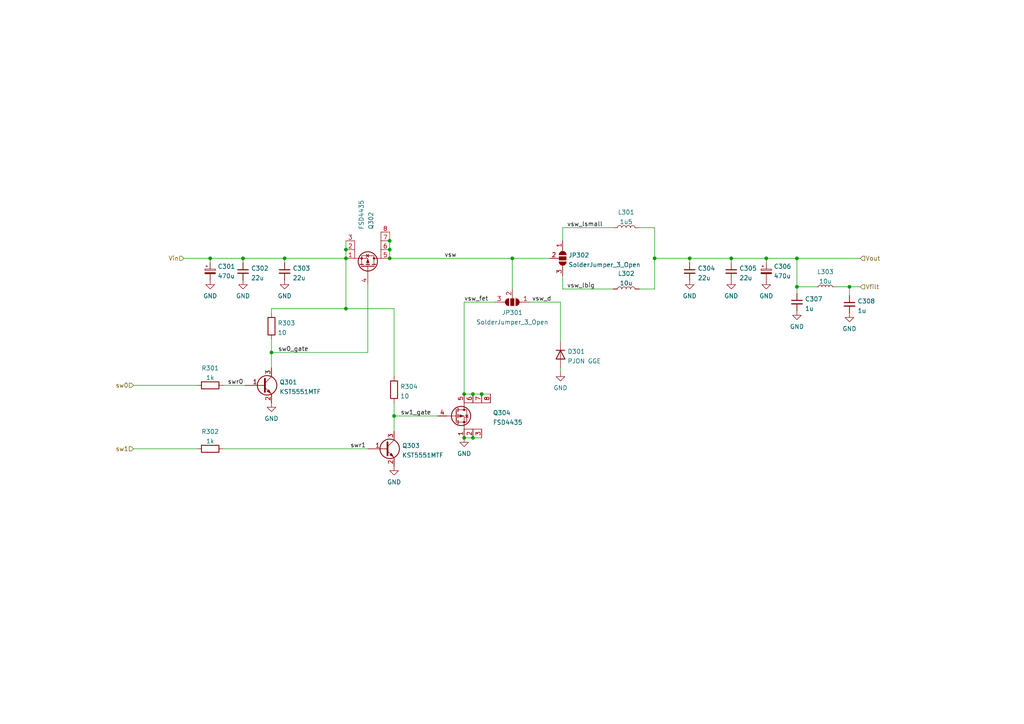
<source format=kicad_sch>
(kicad_sch (version 20211123) (generator eeschema)

  (uuid 2826070a-a36c-4a1c-afad-7e1da9d5100e)

  (paper "A4")

  (lib_symbols
    (symbol "Device:C_Polarized_Small" (pin_numbers hide) (pin_names (offset 0.254) hide) (in_bom yes) (on_board yes)
      (property "Reference" "C" (id 0) (at 0.254 1.778 0)
        (effects (font (size 1.27 1.27)) (justify left))
      )
      (property "Value" "C_Polarized_Small" (id 1) (at 0.254 -2.032 0)
        (effects (font (size 1.27 1.27)) (justify left))
      )
      (property "Footprint" "" (id 2) (at 0 0 0)
        (effects (font (size 1.27 1.27)) hide)
      )
      (property "Datasheet" "~" (id 3) (at 0 0 0)
        (effects (font (size 1.27 1.27)) hide)
      )
      (property "ki_keywords" "cap capacitor" (id 4) (at 0 0 0)
        (effects (font (size 1.27 1.27)) hide)
      )
      (property "ki_description" "Polarized capacitor, small symbol" (id 5) (at 0 0 0)
        (effects (font (size 1.27 1.27)) hide)
      )
      (property "ki_fp_filters" "CP_*" (id 6) (at 0 0 0)
        (effects (font (size 1.27 1.27)) hide)
      )
      (symbol "C_Polarized_Small_0_1"
        (rectangle (start -1.524 -0.3048) (end 1.524 -0.6858)
          (stroke (width 0) (type default) (color 0 0 0 0))
          (fill (type outline))
        )
        (rectangle (start -1.524 0.6858) (end 1.524 0.3048)
          (stroke (width 0) (type default) (color 0 0 0 0))
          (fill (type none))
        )
        (polyline
          (pts
            (xy -1.27 1.524)
            (xy -0.762 1.524)
          )
          (stroke (width 0) (type default) (color 0 0 0 0))
          (fill (type none))
        )
        (polyline
          (pts
            (xy -1.016 1.27)
            (xy -1.016 1.778)
          )
          (stroke (width 0) (type default) (color 0 0 0 0))
          (fill (type none))
        )
      )
      (symbol "C_Polarized_Small_1_1"
        (pin passive line (at 0 2.54 270) (length 1.8542)
          (name "~" (effects (font (size 1.27 1.27))))
          (number "1" (effects (font (size 1.27 1.27))))
        )
        (pin passive line (at 0 -2.54 90) (length 1.8542)
          (name "~" (effects (font (size 1.27 1.27))))
          (number "2" (effects (font (size 1.27 1.27))))
        )
      )
    )
    (symbol "Device:C_Small" (pin_numbers hide) (pin_names (offset 0.254) hide) (in_bom yes) (on_board yes)
      (property "Reference" "C" (id 0) (at 0.254 1.778 0)
        (effects (font (size 1.27 1.27)) (justify left))
      )
      (property "Value" "C_Small" (id 1) (at 0.254 -2.032 0)
        (effects (font (size 1.27 1.27)) (justify left))
      )
      (property "Footprint" "" (id 2) (at 0 0 0)
        (effects (font (size 1.27 1.27)) hide)
      )
      (property "Datasheet" "~" (id 3) (at 0 0 0)
        (effects (font (size 1.27 1.27)) hide)
      )
      (property "ki_keywords" "capacitor cap" (id 4) (at 0 0 0)
        (effects (font (size 1.27 1.27)) hide)
      )
      (property "ki_description" "Unpolarized capacitor, small symbol" (id 5) (at 0 0 0)
        (effects (font (size 1.27 1.27)) hide)
      )
      (property "ki_fp_filters" "C_*" (id 6) (at 0 0 0)
        (effects (font (size 1.27 1.27)) hide)
      )
      (symbol "C_Small_0_1"
        (polyline
          (pts
            (xy -1.524 -0.508)
            (xy 1.524 -0.508)
          )
          (stroke (width 0.3302) (type default) (color 0 0 0 0))
          (fill (type none))
        )
        (polyline
          (pts
            (xy -1.524 0.508)
            (xy 1.524 0.508)
          )
          (stroke (width 0.3048) (type default) (color 0 0 0 0))
          (fill (type none))
        )
      )
      (symbol "C_Small_1_1"
        (pin passive line (at 0 2.54 270) (length 2.032)
          (name "~" (effects (font (size 1.27 1.27))))
          (number "1" (effects (font (size 1.27 1.27))))
        )
        (pin passive line (at 0 -2.54 90) (length 2.032)
          (name "~" (effects (font (size 1.27 1.27))))
          (number "2" (effects (font (size 1.27 1.27))))
        )
      )
    )
    (symbol "Device:D" (pin_numbers hide) (pin_names (offset 1.016) hide) (in_bom yes) (on_board yes)
      (property "Reference" "D" (id 0) (at 0 2.54 0)
        (effects (font (size 1.27 1.27)))
      )
      (property "Value" "D" (id 1) (at 0 -2.54 0)
        (effects (font (size 1.27 1.27)))
      )
      (property "Footprint" "" (id 2) (at 0 0 0)
        (effects (font (size 1.27 1.27)) hide)
      )
      (property "Datasheet" "~" (id 3) (at 0 0 0)
        (effects (font (size 1.27 1.27)) hide)
      )
      (property "ki_keywords" "diode" (id 4) (at 0 0 0)
        (effects (font (size 1.27 1.27)) hide)
      )
      (property "ki_description" "Diode" (id 5) (at 0 0 0)
        (effects (font (size 1.27 1.27)) hide)
      )
      (property "ki_fp_filters" "TO-???* *_Diode_* *SingleDiode* D_*" (id 6) (at 0 0 0)
        (effects (font (size 1.27 1.27)) hide)
      )
      (symbol "D_0_1"
        (polyline
          (pts
            (xy -1.27 1.27)
            (xy -1.27 -1.27)
          )
          (stroke (width 0.254) (type default) (color 0 0 0 0))
          (fill (type none))
        )
        (polyline
          (pts
            (xy 1.27 0)
            (xy -1.27 0)
          )
          (stroke (width 0) (type default) (color 0 0 0 0))
          (fill (type none))
        )
        (polyline
          (pts
            (xy 1.27 1.27)
            (xy 1.27 -1.27)
            (xy -1.27 0)
            (xy 1.27 1.27)
          )
          (stroke (width 0.254) (type default) (color 0 0 0 0))
          (fill (type none))
        )
      )
      (symbol "D_1_1"
        (pin passive line (at -3.81 0 0) (length 2.54)
          (name "K" (effects (font (size 1.27 1.27))))
          (number "1" (effects (font (size 1.27 1.27))))
        )
        (pin passive line (at 3.81 0 180) (length 2.54)
          (name "A" (effects (font (size 1.27 1.27))))
          (number "2" (effects (font (size 1.27 1.27))))
        )
      )
    )
    (symbol "Device:L" (pin_numbers hide) (pin_names (offset 1.016) hide) (in_bom yes) (on_board yes)
      (property "Reference" "L" (id 0) (at -1.27 0 90)
        (effects (font (size 1.27 1.27)))
      )
      (property "Value" "L" (id 1) (at 1.905 0 90)
        (effects (font (size 1.27 1.27)))
      )
      (property "Footprint" "" (id 2) (at 0 0 0)
        (effects (font (size 1.27 1.27)) hide)
      )
      (property "Datasheet" "~" (id 3) (at 0 0 0)
        (effects (font (size 1.27 1.27)) hide)
      )
      (property "ki_keywords" "inductor choke coil reactor magnetic" (id 4) (at 0 0 0)
        (effects (font (size 1.27 1.27)) hide)
      )
      (property "ki_description" "Inductor" (id 5) (at 0 0 0)
        (effects (font (size 1.27 1.27)) hide)
      )
      (property "ki_fp_filters" "Choke_* *Coil* Inductor_* L_*" (id 6) (at 0 0 0)
        (effects (font (size 1.27 1.27)) hide)
      )
      (symbol "L_0_1"
        (arc (start 0 -2.54) (mid 0.635 -1.905) (end 0 -1.27)
          (stroke (width 0) (type default) (color 0 0 0 0))
          (fill (type none))
        )
        (arc (start 0 -1.27) (mid 0.635 -0.635) (end 0 0)
          (stroke (width 0) (type default) (color 0 0 0 0))
          (fill (type none))
        )
        (arc (start 0 0) (mid 0.635 0.635) (end 0 1.27)
          (stroke (width 0) (type default) (color 0 0 0 0))
          (fill (type none))
        )
        (arc (start 0 1.27) (mid 0.635 1.905) (end 0 2.54)
          (stroke (width 0) (type default) (color 0 0 0 0))
          (fill (type none))
        )
      )
      (symbol "L_1_1"
        (pin passive line (at 0 3.81 270) (length 1.27)
          (name "1" (effects (font (size 1.27 1.27))))
          (number "1" (effects (font (size 1.27 1.27))))
        )
        (pin passive line (at 0 -3.81 90) (length 1.27)
          (name "2" (effects (font (size 1.27 1.27))))
          (number "2" (effects (font (size 1.27 1.27))))
        )
      )
    )
    (symbol "Device:L_Small" (pin_numbers hide) (pin_names (offset 0.254) hide) (in_bom yes) (on_board yes)
      (property "Reference" "L" (id 0) (at 0.762 1.016 0)
        (effects (font (size 1.27 1.27)) (justify left))
      )
      (property "Value" "L_Small" (id 1) (at 0.762 -1.016 0)
        (effects (font (size 1.27 1.27)) (justify left))
      )
      (property "Footprint" "" (id 2) (at 0 0 0)
        (effects (font (size 1.27 1.27)) hide)
      )
      (property "Datasheet" "~" (id 3) (at 0 0 0)
        (effects (font (size 1.27 1.27)) hide)
      )
      (property "ki_keywords" "inductor choke coil reactor magnetic" (id 4) (at 0 0 0)
        (effects (font (size 1.27 1.27)) hide)
      )
      (property "ki_description" "Inductor, small symbol" (id 5) (at 0 0 0)
        (effects (font (size 1.27 1.27)) hide)
      )
      (property "ki_fp_filters" "Choke_* *Coil* Inductor_* L_*" (id 6) (at 0 0 0)
        (effects (font (size 1.27 1.27)) hide)
      )
      (symbol "L_Small_0_1"
        (arc (start 0 -2.032) (mid 0.508 -1.524) (end 0 -1.016)
          (stroke (width 0) (type default) (color 0 0 0 0))
          (fill (type none))
        )
        (arc (start 0 -1.016) (mid 0.508 -0.508) (end 0 0)
          (stroke (width 0) (type default) (color 0 0 0 0))
          (fill (type none))
        )
        (arc (start 0 0) (mid 0.508 0.508) (end 0 1.016)
          (stroke (width 0) (type default) (color 0 0 0 0))
          (fill (type none))
        )
        (arc (start 0 1.016) (mid 0.508 1.524) (end 0 2.032)
          (stroke (width 0) (type default) (color 0 0 0 0))
          (fill (type none))
        )
      )
      (symbol "L_Small_1_1"
        (pin passive line (at 0 2.54 270) (length 0.508)
          (name "~" (effects (font (size 1.27 1.27))))
          (number "1" (effects (font (size 1.27 1.27))))
        )
        (pin passive line (at 0 -2.54 90) (length 0.508)
          (name "~" (effects (font (size 1.27 1.27))))
          (number "2" (effects (font (size 1.27 1.27))))
        )
      )
    )
    (symbol "Device:Q_NPN_BEC" (pin_names (offset 0) hide) (in_bom yes) (on_board yes)
      (property "Reference" "Q" (id 0) (at 5.08 1.27 0)
        (effects (font (size 1.27 1.27)) (justify left))
      )
      (property "Value" "Q_NPN_BEC" (id 1) (at 5.08 -1.27 0)
        (effects (font (size 1.27 1.27)) (justify left))
      )
      (property "Footprint" "" (id 2) (at 5.08 2.54 0)
        (effects (font (size 1.27 1.27)) hide)
      )
      (property "Datasheet" "~" (id 3) (at 0 0 0)
        (effects (font (size 1.27 1.27)) hide)
      )
      (property "ki_keywords" "transistor NPN" (id 4) (at 0 0 0)
        (effects (font (size 1.27 1.27)) hide)
      )
      (property "ki_description" "NPN transistor, base/emitter/collector" (id 5) (at 0 0 0)
        (effects (font (size 1.27 1.27)) hide)
      )
      (symbol "Q_NPN_BEC_0_1"
        (polyline
          (pts
            (xy 0.635 0.635)
            (xy 2.54 2.54)
          )
          (stroke (width 0) (type default) (color 0 0 0 0))
          (fill (type none))
        )
        (polyline
          (pts
            (xy 0.635 -0.635)
            (xy 2.54 -2.54)
            (xy 2.54 -2.54)
          )
          (stroke (width 0) (type default) (color 0 0 0 0))
          (fill (type none))
        )
        (polyline
          (pts
            (xy 0.635 1.905)
            (xy 0.635 -1.905)
            (xy 0.635 -1.905)
          )
          (stroke (width 0.508) (type default) (color 0 0 0 0))
          (fill (type none))
        )
        (polyline
          (pts
            (xy 1.27 -1.778)
            (xy 1.778 -1.27)
            (xy 2.286 -2.286)
            (xy 1.27 -1.778)
            (xy 1.27 -1.778)
          )
          (stroke (width 0) (type default) (color 0 0 0 0))
          (fill (type outline))
        )
        (circle (center 1.27 0) (radius 2.8194)
          (stroke (width 0.254) (type default) (color 0 0 0 0))
          (fill (type none))
        )
      )
      (symbol "Q_NPN_BEC_1_1"
        (pin input line (at -5.08 0 0) (length 5.715)
          (name "B" (effects (font (size 1.27 1.27))))
          (number "1" (effects (font (size 1.27 1.27))))
        )
        (pin passive line (at 2.54 -5.08 90) (length 2.54)
          (name "E" (effects (font (size 1.27 1.27))))
          (number "2" (effects (font (size 1.27 1.27))))
        )
        (pin passive line (at 2.54 5.08 270) (length 2.54)
          (name "C" (effects (font (size 1.27 1.27))))
          (number "3" (effects (font (size 1.27 1.27))))
        )
      )
    )
    (symbol "Device:R" (pin_numbers hide) (pin_names (offset 0)) (in_bom yes) (on_board yes)
      (property "Reference" "R" (id 0) (at 2.032 0 90)
        (effects (font (size 1.27 1.27)))
      )
      (property "Value" "R" (id 1) (at 0 0 90)
        (effects (font (size 1.27 1.27)))
      )
      (property "Footprint" "" (id 2) (at -1.778 0 90)
        (effects (font (size 1.27 1.27)) hide)
      )
      (property "Datasheet" "~" (id 3) (at 0 0 0)
        (effects (font (size 1.27 1.27)) hide)
      )
      (property "ki_keywords" "R res resistor" (id 4) (at 0 0 0)
        (effects (font (size 1.27 1.27)) hide)
      )
      (property "ki_description" "Resistor" (id 5) (at 0 0 0)
        (effects (font (size 1.27 1.27)) hide)
      )
      (property "ki_fp_filters" "R_*" (id 6) (at 0 0 0)
        (effects (font (size 1.27 1.27)) hide)
      )
      (symbol "R_0_1"
        (rectangle (start -1.016 -2.54) (end 1.016 2.54)
          (stroke (width 0.254) (type default) (color 0 0 0 0))
          (fill (type none))
        )
      )
      (symbol "R_1_1"
        (pin passive line (at 0 3.81 270) (length 1.27)
          (name "~" (effects (font (size 1.27 1.27))))
          (number "1" (effects (font (size 1.27 1.27))))
        )
        (pin passive line (at 0 -3.81 90) (length 1.27)
          (name "~" (effects (font (size 1.27 1.27))))
          (number "2" (effects (font (size 1.27 1.27))))
        )
      )
    )
    (symbol "Jumper:SolderJumper_3_Open" (pin_names (offset 0) hide) (in_bom yes) (on_board yes)
      (property "Reference" "JP" (id 0) (at -2.54 -2.54 0)
        (effects (font (size 1.27 1.27)))
      )
      (property "Value" "SolderJumper_3_Open" (id 1) (at 0 2.794 0)
        (effects (font (size 1.27 1.27)))
      )
      (property "Footprint" "" (id 2) (at 0 0 0)
        (effects (font (size 1.27 1.27)) hide)
      )
      (property "Datasheet" "~" (id 3) (at 0 0 0)
        (effects (font (size 1.27 1.27)) hide)
      )
      (property "ki_keywords" "Solder Jumper SPDT" (id 4) (at 0 0 0)
        (effects (font (size 1.27 1.27)) hide)
      )
      (property "ki_description" "Solder Jumper, 3-pole, open" (id 5) (at 0 0 0)
        (effects (font (size 1.27 1.27)) hide)
      )
      (property "ki_fp_filters" "SolderJumper*Open*" (id 6) (at 0 0 0)
        (effects (font (size 1.27 1.27)) hide)
      )
      (symbol "SolderJumper_3_Open_0_1"
        (arc (start -1.016 1.016) (mid -2.032 0) (end -1.016 -1.016)
          (stroke (width 0) (type default) (color 0 0 0 0))
          (fill (type none))
        )
        (arc (start -1.016 1.016) (mid -2.032 0) (end -1.016 -1.016)
          (stroke (width 0) (type default) (color 0 0 0 0))
          (fill (type outline))
        )
        (rectangle (start -0.508 1.016) (end 0.508 -1.016)
          (stroke (width 0) (type default) (color 0 0 0 0))
          (fill (type outline))
        )
        (polyline
          (pts
            (xy -2.54 0)
            (xy -2.032 0)
          )
          (stroke (width 0) (type default) (color 0 0 0 0))
          (fill (type none))
        )
        (polyline
          (pts
            (xy -1.016 1.016)
            (xy -1.016 -1.016)
          )
          (stroke (width 0) (type default) (color 0 0 0 0))
          (fill (type none))
        )
        (polyline
          (pts
            (xy 0 -1.27)
            (xy 0 -1.016)
          )
          (stroke (width 0) (type default) (color 0 0 0 0))
          (fill (type none))
        )
        (polyline
          (pts
            (xy 1.016 1.016)
            (xy 1.016 -1.016)
          )
          (stroke (width 0) (type default) (color 0 0 0 0))
          (fill (type none))
        )
        (polyline
          (pts
            (xy 2.54 0)
            (xy 2.032 0)
          )
          (stroke (width 0) (type default) (color 0 0 0 0))
          (fill (type none))
        )
        (arc (start 1.016 -1.016) (mid 2.032 0) (end 1.016 1.016)
          (stroke (width 0) (type default) (color 0 0 0 0))
          (fill (type none))
        )
        (arc (start 1.016 -1.016) (mid 2.032 0) (end 1.016 1.016)
          (stroke (width 0) (type default) (color 0 0 0 0))
          (fill (type outline))
        )
      )
      (symbol "SolderJumper_3_Open_1_1"
        (pin passive line (at -5.08 0 0) (length 2.54)
          (name "A" (effects (font (size 1.27 1.27))))
          (number "1" (effects (font (size 1.27 1.27))))
        )
        (pin input line (at 0 -3.81 90) (length 2.54)
          (name "C" (effects (font (size 1.27 1.27))))
          (number "2" (effects (font (size 1.27 1.27))))
        )
        (pin passive line (at 5.08 0 180) (length 2.54)
          (name "B" (effects (font (size 1.27 1.27))))
          (number "3" (effects (font (size 1.27 1.27))))
        )
      )
    )
    (symbol "good_things:Q_PMOS_SSSGDDDD" (pin_names (offset 0) hide) (in_bom yes) (on_board yes)
      (property "Reference" "Q" (id 0) (at 5.08 1.27 0)
        (effects (font (size 1.27 1.27)) (justify left))
      )
      (property "Value" "Q_PMOS_SSSGDDDD" (id 1) (at 5.08 -1.27 0)
        (effects (font (size 1.27 1.27)) (justify left))
      )
      (property "Footprint" "" (id 2) (at 5.08 2.54 0)
        (effects (font (size 1.27 1.27)) hide)
      )
      (property "Datasheet" "~" (id 3) (at 0 0 0)
        (effects (font (size 1.27 1.27)) hide)
      )
      (property "ki_keywords" "transistor PMOS P-MOS P-MOSFET SO SOIC" (id 4) (at 0 0 0)
        (effects (font (size 1.27 1.27)) hide)
      )
      (property "ki_description" "P-MOSFET transistor, drain/gate/source, so-8, soic-8" (id 5) (at 0 0 0)
        (effects (font (size 1.27 1.27)) hide)
      )
      (symbol "Q_PMOS_SSSGDDDD_0_1"
        (polyline
          (pts
            (xy 0.254 0)
            (xy -2.54 0)
          )
          (stroke (width 0) (type default) (color 0 0 0 0))
          (fill (type none))
        )
        (polyline
          (pts
            (xy 0.254 1.905)
            (xy 0.254 -1.905)
          )
          (stroke (width 0.254) (type default) (color 0 0 0 0))
          (fill (type none))
        )
        (polyline
          (pts
            (xy 0.762 -1.27)
            (xy 0.762 -2.286)
          )
          (stroke (width 0.254) (type default) (color 0 0 0 0))
          (fill (type none))
        )
        (polyline
          (pts
            (xy 0.762 0.508)
            (xy 0.762 -0.508)
          )
          (stroke (width 0.254) (type default) (color 0 0 0 0))
          (fill (type none))
        )
        (polyline
          (pts
            (xy 0.762 2.286)
            (xy 0.762 1.27)
          )
          (stroke (width 0.254) (type default) (color 0 0 0 0))
          (fill (type none))
        )
        (polyline
          (pts
            (xy 2.54 -2.54)
            (xy 2.54 -3.81)
          )
          (stroke (width 0.1524) (type default) (color 0 0 0 0))
          (fill (type none))
        )
        (polyline
          (pts
            (xy 2.54 2.54)
            (xy 2.54 1.778)
          )
          (stroke (width 0) (type default) (color 0 0 0 0))
          (fill (type none))
        )
        (polyline
          (pts
            (xy 2.54 3.81)
            (xy 2.54 2.54)
          )
          (stroke (width 0.1524) (type default) (color 0 0 0 0))
          (fill (type none))
        )
        (polyline
          (pts
            (xy 7.62 -3.81)
            (xy 2.54 -3.81)
          )
          (stroke (width 0.1524) (type default) (color 0 0 0 0))
          (fill (type none))
        )
        (polyline
          (pts
            (xy 10.16 3.81)
            (xy 2.54 3.81)
          )
          (stroke (width 0.1524) (type default) (color 0 0 0 0))
          (fill (type none))
        )
        (polyline
          (pts
            (xy 2.54 -2.54)
            (xy 2.54 0)
            (xy 0.762 0)
          )
          (stroke (width 0) (type default) (color 0 0 0 0))
          (fill (type none))
        )
        (polyline
          (pts
            (xy 0.762 1.778)
            (xy 3.302 1.778)
            (xy 3.302 -1.778)
            (xy 0.762 -1.778)
          )
          (stroke (width 0) (type default) (color 0 0 0 0))
          (fill (type none))
        )
        (polyline
          (pts
            (xy 2.286 0)
            (xy 1.27 0.381)
            (xy 1.27 -0.381)
            (xy 2.286 0)
          )
          (stroke (width 0) (type default) (color 0 0 0 0))
          (fill (type outline))
        )
        (polyline
          (pts
            (xy 2.794 -0.508)
            (xy 2.921 -0.381)
            (xy 3.683 -0.381)
            (xy 3.81 -0.254)
          )
          (stroke (width 0) (type default) (color 0 0 0 0))
          (fill (type none))
        )
        (polyline
          (pts
            (xy 3.302 -0.381)
            (xy 2.921 0.254)
            (xy 3.683 0.254)
            (xy 3.302 -0.381)
          )
          (stroke (width 0) (type default) (color 0 0 0 0))
          (fill (type none))
        )
        (circle (center 1.651 0) (radius 2.794)
          (stroke (width 0.254) (type default) (color 0 0 0 0))
          (fill (type none))
        )
        (circle (center 2.54 -1.778) (radius 0.254)
          (stroke (width 0) (type default) (color 0 0 0 0))
          (fill (type outline))
        )
        (circle (center 2.54 1.778) (radius 0.254)
          (stroke (width 0) (type default) (color 0 0 0 0))
          (fill (type outline))
        )
      )
      (symbol "Q_PMOS_SSSGDDDD_1_1"
        (pin passive line (at 2.54 -6.35 90) (length 2.54)
          (name "S" (effects (font (size 1.27 1.27))))
          (number "1" (effects (font (size 1.27 1.27))))
        )
        (pin passive line (at 5.08 -6.35 90) (length 2.54)
          (name "S" (effects (font (size 1.27 1.27))))
          (number "2" (effects (font (size 1.27 1.27))))
        )
        (pin passive line (at 7.62 -6.35 90) (length 2.54)
          (name "S" (effects (font (size 1.27 1.27))))
          (number "3" (effects (font (size 1.27 1.27))))
        )
        (pin input line (at -5.08 0 0) (length 2.54)
          (name "G" (effects (font (size 1.27 1.27))))
          (number "4" (effects (font (size 1.27 1.27))))
        )
        (pin passive line (at 2.54 6.35 270) (length 2.54)
          (name "D" (effects (font (size 1.27 1.27))))
          (number "5" (effects (font (size 1.27 1.27))))
        )
        (pin passive line (at 5.08 6.35 270) (length 2.54)
          (name "D" (effects (font (size 1.27 1.27))))
          (number "6" (effects (font (size 1.27 1.27))))
        )
        (pin passive line (at 7.62 6.35 270) (length 2.54)
          (name "D" (effects (font (size 1.27 1.27))))
          (number "7" (effects (font (size 1.27 1.27))))
        )
        (pin passive line (at 10.16 6.35 270) (length 2.54)
          (name "D" (effects (font (size 1.27 1.27))))
          (number "8" (effects (font (size 1.27 1.27))))
        )
      )
    )
    (symbol "power:GND" (power) (pin_names (offset 0)) (in_bom yes) (on_board yes)
      (property "Reference" "#PWR" (id 0) (at 0 -6.35 0)
        (effects (font (size 1.27 1.27)) hide)
      )
      (property "Value" "GND" (id 1) (at 0 -3.81 0)
        (effects (font (size 1.27 1.27)))
      )
      (property "Footprint" "" (id 2) (at 0 0 0)
        (effects (font (size 1.27 1.27)) hide)
      )
      (property "Datasheet" "" (id 3) (at 0 0 0)
        (effects (font (size 1.27 1.27)) hide)
      )
      (property "ki_keywords" "power-flag" (id 4) (at 0 0 0)
        (effects (font (size 1.27 1.27)) hide)
      )
      (property "ki_description" "Power symbol creates a global label with name \"GND\" , ground" (id 5) (at 0 0 0)
        (effects (font (size 1.27 1.27)) hide)
      )
      (symbol "GND_0_1"
        (polyline
          (pts
            (xy 0 0)
            (xy 0 -1.27)
            (xy 1.27 -1.27)
            (xy 0 -2.54)
            (xy -1.27 -1.27)
            (xy 0 -1.27)
          )
          (stroke (width 0) (type default) (color 0 0 0 0))
          (fill (type none))
        )
      )
      (symbol "GND_1_1"
        (pin power_in line (at 0 0 270) (length 0) hide
          (name "GND" (effects (font (size 1.27 1.27))))
          (number "1" (effects (font (size 1.27 1.27))))
        )
      )
    )
  )

  (junction (at 113.03 72.39) (diameter 0) (color 0 0 0 0)
    (uuid 07165ee8-f5a6-435d-b3e1-5d25041c9559)
  )
  (junction (at 137.16 127) (diameter 0) (color 0 0 0 0)
    (uuid 1e8de0dc-0564-4727-9748-8176ffc30f61)
  )
  (junction (at 212.09 74.93) (diameter 0) (color 0 0 0 0)
    (uuid 2362a43d-6f56-4f3d-b141-aa5e3c94ae95)
  )
  (junction (at 200.025 74.93) (diameter 0) (color 0 0 0 0)
    (uuid 2ed74b55-44e8-48ec-8f89-d0c57adfa309)
  )
  (junction (at 134.62 127) (diameter 0) (color 0 0 0 0)
    (uuid 3854803b-9170-4af2-b2e6-621dff09765c)
  )
  (junction (at 231.14 74.93) (diameter 0) (color 0 0 0 0)
    (uuid 41ba6820-d0f4-4028-8d79-f75d773975a0)
  )
  (junction (at 148.59 74.93) (diameter 0) (color 0 0 0 0)
    (uuid 4ccdda47-69a0-40a8-8177-a5527c49790d)
  )
  (junction (at 113.03 74.93) (diameter 0) (color 0 0 0 0)
    (uuid 519661db-4f4e-45e6-9f74-7589985bda7d)
  )
  (junction (at 60.96 74.93) (diameter 0) (color 0 0 0 0)
    (uuid 52ff0bfe-15a9-4476-b3cc-943e364fbc8a)
  )
  (junction (at 82.55 74.93) (diameter 0) (color 0 0 0 0)
    (uuid 55c1d55a-55f6-4426-9e1a-821393a1bfa1)
  )
  (junction (at 100.33 72.39) (diameter 0) (color 0 0 0 0)
    (uuid 5b8c4e80-65c5-4ca7-81d4-e4a28c108038)
  )
  (junction (at 100.33 89.535) (diameter 0) (color 0 0 0 0)
    (uuid 5fd8ed9a-c1aa-45cf-af43-21e0cfef21b3)
  )
  (junction (at 246.38 83.185) (diameter 0) (color 0 0 0 0)
    (uuid 629f5d39-cd9e-443a-9cf5-7441b70b6216)
  )
  (junction (at 231.14 83.185) (diameter 0) (color 0 0 0 0)
    (uuid 63eba929-fc0d-428e-ba18-b0ee1f328f64)
  )
  (junction (at 189.865 74.93) (diameter 0) (color 0 0 0 0)
    (uuid 6ee8ec86-7b7c-4d46-8410-79dc520e47e4)
  )
  (junction (at 100.33 74.93) (diameter 0) (color 0 0 0 0)
    (uuid 76e5bbea-e930-4094-b8bd-fa87ac828c9f)
  )
  (junction (at 113.03 69.85) (diameter 0) (color 0 0 0 0)
    (uuid 790da2d6-8e50-4f89-a27a-5123b485dd01)
  )
  (junction (at 222.25 74.93) (diameter 0) (color 0 0 0 0)
    (uuid 84729ade-2225-48d9-a1dc-cce16bd5f12b)
  )
  (junction (at 134.62 114.3) (diameter 0) (color 0 0 0 0)
    (uuid 97fe5a4d-8fef-4a60-8fc7-4d29488bd413)
  )
  (junction (at 78.74 102.235) (diameter 0) (color 0 0 0 0)
    (uuid 9ccbcd16-be50-4845-b64d-b91e53968dab)
  )
  (junction (at 114.3 120.65) (diameter 0) (color 0 0 0 0)
    (uuid adf48ab3-4e39-4561-abfa-0696b06a797e)
  )
  (junction (at 70.485 74.93) (diameter 0) (color 0 0 0 0)
    (uuid c8e87947-0a90-48e5-9413-4db8f688b670)
  )
  (junction (at 137.16 114.3) (diameter 0) (color 0 0 0 0)
    (uuid d9764da1-0617-43d4-ad98-fe6a7f5eb019)
  )
  (junction (at 139.7 114.3) (diameter 0) (color 0 0 0 0)
    (uuid da2ad276-2e89-44d0-84db-4f891312c40c)
  )

  (wire (pts (xy 114.3 109.22) (xy 114.3 89.535))
    (stroke (width 0) (type default) (color 0 0 0 0))
    (uuid 02339ad1-9c79-40b1-914a-94154ed51660)
  )
  (wire (pts (xy 78.74 89.535) (xy 100.33 89.535))
    (stroke (width 0) (type default) (color 0 0 0 0))
    (uuid 0af411ee-b8ad-429d-9db9-a0feb0e159de)
  )
  (wire (pts (xy 163.195 83.82) (xy 163.195 80.01))
    (stroke (width 0) (type default) (color 0 0 0 0))
    (uuid 10678030-a3dd-4c15-9302-7cc9e3ee0932)
  )
  (wire (pts (xy 189.865 83.82) (xy 185.4408 83.82))
    (stroke (width 0) (type default) (color 0 0 0 0))
    (uuid 118ab684-dee6-4706-bbdf-bb686c99cfda)
  )
  (wire (pts (xy 189.865 66.04) (xy 189.865 74.93))
    (stroke (width 0) (type default) (color 0 0 0 0))
    (uuid 119fbefa-ac39-41dd-8044-d4bc3445edcd)
  )
  (wire (pts (xy 163.195 69.85) (xy 163.195 66.04))
    (stroke (width 0) (type default) (color 0 0 0 0))
    (uuid 124ec7eb-5271-46e9-84a8-f7c04b036846)
  )
  (wire (pts (xy 236.855 83.185) (xy 231.14 83.185))
    (stroke (width 0) (type default) (color 0 0 0 0))
    (uuid 18f7f9e3-a064-4af0-949c-b23eef0c1b7e)
  )
  (wire (pts (xy 38.735 111.76) (xy 57.15 111.76))
    (stroke (width 0) (type default) (color 0 0 0 0))
    (uuid 1da7c725-f60a-460d-9624-ffd7b5774718)
  )
  (wire (pts (xy 134.62 127) (xy 137.16 127))
    (stroke (width 0) (type default) (color 0 0 0 0))
    (uuid 1e0814f9-6be3-43ae-a5a7-96e3c77ce25e)
  )
  (wire (pts (xy 189.865 74.93) (xy 189.865 83.82))
    (stroke (width 0) (type default) (color 0 0 0 0))
    (uuid 1ee5d9ef-18df-4c64-b102-1484b8c0deb7)
  )
  (wire (pts (xy 200.025 74.93) (xy 200.025 76.2))
    (stroke (width 0) (type default) (color 0 0 0 0))
    (uuid 28a4bdef-9964-49ff-8c39-714d4bf470d1)
  )
  (wire (pts (xy 100.33 74.93) (xy 100.33 72.39))
    (stroke (width 0) (type default) (color 0 0 0 0))
    (uuid 2dcf7517-d93d-4a6f-bca7-5c629fadd191)
  )
  (wire (pts (xy 100.33 72.39) (xy 100.33 69.85))
    (stroke (width 0) (type default) (color 0 0 0 0))
    (uuid 32e9da79-01ff-4a5d-bba2-9065e8824776)
  )
  (wire (pts (xy 162.56 99.06) (xy 162.56 87.63))
    (stroke (width 0) (type default) (color 0 0 0 0))
    (uuid 330c3f89-5377-433c-98ed-1a5407b28465)
  )
  (wire (pts (xy 114.3 116.84) (xy 114.3 120.65))
    (stroke (width 0) (type default) (color 0 0 0 0))
    (uuid 3319eb98-03d0-4092-8ca6-fc95249cc8e2)
  )
  (wire (pts (xy 82.55 74.93) (xy 100.33 74.93))
    (stroke (width 0) (type default) (color 0 0 0 0))
    (uuid 35f3fcd7-c65a-46f6-9425-613ea243736d)
  )
  (wire (pts (xy 70.485 74.93) (xy 82.55 74.93))
    (stroke (width 0) (type default) (color 0 0 0 0))
    (uuid 3c023065-2b9b-4732-8ba4-268d6924c788)
  )
  (wire (pts (xy 113.03 74.93) (xy 113.03 72.39))
    (stroke (width 0) (type default) (color 0 0 0 0))
    (uuid 3d003909-b06e-4543-9c7d-af64d1d376c2)
  )
  (wire (pts (xy 78.74 90.805) (xy 78.74 89.535))
    (stroke (width 0) (type default) (color 0 0 0 0))
    (uuid 3d2b0d70-824b-4fc1-a0a5-444186ee4d89)
  )
  (wire (pts (xy 60.96 74.93) (xy 60.96 76.2))
    (stroke (width 0) (type default) (color 0 0 0 0))
    (uuid 4b1ecde0-802f-4368-9508-57e677ef4118)
  )
  (wire (pts (xy 113.03 72.39) (xy 113.03 69.85))
    (stroke (width 0) (type default) (color 0 0 0 0))
    (uuid 4f3275ef-5dfc-4708-a89a-d1593480bd29)
  )
  (wire (pts (xy 134.62 87.63) (xy 143.51 87.63))
    (stroke (width 0) (type default) (color 0 0 0 0))
    (uuid 4f670344-9a21-4ec4-8504-0c5013797951)
  )
  (wire (pts (xy 162.56 87.63) (xy 153.67 87.63))
    (stroke (width 0) (type default) (color 0 0 0 0))
    (uuid 53a74ae3-56bd-443b-9c9f-b8887c8701df)
  )
  (wire (pts (xy 163.195 66.04) (xy 177.8 66.04))
    (stroke (width 0) (type default) (color 0 0 0 0))
    (uuid 5810fb14-0ada-40e6-9b37-3bd0603ee60b)
  )
  (wire (pts (xy 137.16 127) (xy 139.7 127))
    (stroke (width 0) (type default) (color 0 0 0 0))
    (uuid 5984945c-3784-4870-9e3f-2eb138cd61ca)
  )
  (wire (pts (xy 148.59 74.93) (xy 159.385 74.93))
    (stroke (width 0) (type default) (color 0 0 0 0))
    (uuid 5cae01ff-6cdc-4809-900d-cc3adb08fee8)
  )
  (wire (pts (xy 113.03 74.93) (xy 148.59 74.93))
    (stroke (width 0) (type default) (color 0 0 0 0))
    (uuid 5d4b0274-0951-46c2-b44c-ac08a8b2f319)
  )
  (wire (pts (xy 113.03 69.85) (xy 113.03 67.31))
    (stroke (width 0) (type default) (color 0 0 0 0))
    (uuid 60eed66b-a6c3-4b1f-bad6-fc208865cf24)
  )
  (wire (pts (xy 70.485 74.93) (xy 70.485 76.2))
    (stroke (width 0) (type default) (color 0 0 0 0))
    (uuid 62174918-cb4a-43ea-9016-56620c8e7a6d)
  )
  (wire (pts (xy 231.14 83.185) (xy 231.14 85.09))
    (stroke (width 0) (type default) (color 0 0 0 0))
    (uuid 630d75bb-05b6-4abd-9fa8-d7138af613bc)
  )
  (wire (pts (xy 53.34 74.93) (xy 60.96 74.93))
    (stroke (width 0) (type default) (color 0 0 0 0))
    (uuid 65755b37-7d78-48d0-b955-5f0e666be2ab)
  )
  (wire (pts (xy 78.74 102.235) (xy 106.68 102.235))
    (stroke (width 0) (type default) (color 0 0 0 0))
    (uuid 693a91c2-8dd7-41e1-8ed8-0e71795554bd)
  )
  (wire (pts (xy 212.09 74.93) (xy 222.25 74.93))
    (stroke (width 0) (type default) (color 0 0 0 0))
    (uuid 71d0eb6b-e6f3-4df4-af4d-a136d8da06c1)
  )
  (wire (pts (xy 114.3 120.65) (xy 127 120.65))
    (stroke (width 0) (type default) (color 0 0 0 0))
    (uuid 7242723c-3179-4610-a122-9b1dcbf29fbe)
  )
  (wire (pts (xy 134.62 114.3) (xy 137.16 114.3))
    (stroke (width 0) (type default) (color 0 0 0 0))
    (uuid 730416ac-8c08-4b10-a109-1404e2248f48)
  )
  (wire (pts (xy 78.74 102.235) (xy 78.74 106.68))
    (stroke (width 0) (type default) (color 0 0 0 0))
    (uuid 75d7de5e-a3fc-4bf2-b72e-7f2701875fee)
  )
  (wire (pts (xy 246.38 83.185) (xy 241.935 83.185))
    (stroke (width 0) (type default) (color 0 0 0 0))
    (uuid 7d22dfe5-0556-48a6-9a8b-bbad994cee5e)
  )
  (wire (pts (xy 64.77 130.175) (xy 106.68 130.175))
    (stroke (width 0) (type default) (color 0 0 0 0))
    (uuid 7f61998d-e04d-4388-b7dc-a68602295164)
  )
  (wire (pts (xy 231.14 74.93) (xy 249.555 74.93))
    (stroke (width 0) (type default) (color 0 0 0 0))
    (uuid 84574970-ae9d-4553-a874-60634f59d2e7)
  )
  (wire (pts (xy 231.14 83.185) (xy 231.14 74.93))
    (stroke (width 0) (type default) (color 0 0 0 0))
    (uuid 959640be-65ad-46bd-814a-d1fb2f75b481)
  )
  (wire (pts (xy 222.25 74.93) (xy 231.14 74.93))
    (stroke (width 0) (type default) (color 0 0 0 0))
    (uuid 984fa6c2-7fe5-4506-bfd4-0732f4e3319e)
  )
  (wire (pts (xy 139.7 114.3) (xy 142.24 114.3))
    (stroke (width 0) (type default) (color 0 0 0 0))
    (uuid 9d4cdbc3-3a05-4a2d-938e-fbcf7048611b)
  )
  (wire (pts (xy 38.735 130.175) (xy 57.15 130.175))
    (stroke (width 0) (type default) (color 0 0 0 0))
    (uuid 9fba0438-3492-402e-83d2-6a47ba767897)
  )
  (wire (pts (xy 64.77 111.76) (xy 71.12 111.76))
    (stroke (width 0) (type default) (color 0 0 0 0))
    (uuid a53828b6-7500-4984-90c5-8452250edafc)
  )
  (wire (pts (xy 222.25 74.93) (xy 222.25 76.2))
    (stroke (width 0) (type default) (color 0 0 0 0))
    (uuid a5eb583e-1ca1-4941-bd23-f45976b568bd)
  )
  (wire (pts (xy 114.3 120.65) (xy 114.3 125.095))
    (stroke (width 0) (type default) (color 0 0 0 0))
    (uuid a89423a0-ed83-46d2-9347-3f642d13e46e)
  )
  (wire (pts (xy 78.74 98.425) (xy 78.74 102.235))
    (stroke (width 0) (type default) (color 0 0 0 0))
    (uuid ab1f43d7-a483-47e5-9f25-976ae3dff647)
  )
  (wire (pts (xy 246.38 83.185) (xy 249.555 83.185))
    (stroke (width 0) (type default) (color 0 0 0 0))
    (uuid b3ff8419-f393-4e48-848a-32d703e97955)
  )
  (wire (pts (xy 189.865 74.93) (xy 200.025 74.93))
    (stroke (width 0) (type default) (color 0 0 0 0))
    (uuid b474d9d5-1671-4fea-96e0-0e187e46acfb)
  )
  (wire (pts (xy 246.38 85.725) (xy 246.38 83.185))
    (stroke (width 0) (type default) (color 0 0 0 0))
    (uuid b4943f27-f1d2-46d6-bc5f-128dcf919201)
  )
  (wire (pts (xy 177.8208 83.82) (xy 163.195 83.82))
    (stroke (width 0) (type default) (color 0 0 0 0))
    (uuid bcc8d214-a273-4b64-95ae-44ccc13a3c6f)
  )
  (wire (pts (xy 148.59 83.82) (xy 148.59 74.93))
    (stroke (width 0) (type default) (color 0 0 0 0))
    (uuid c7913e16-8278-41ba-9e43-2e0d8cacad6e)
  )
  (wire (pts (xy 114.3 89.535) (xy 100.33 89.535))
    (stroke (width 0) (type default) (color 0 0 0 0))
    (uuid ca59ceaa-727a-427b-b018-2fe5ee65d693)
  )
  (wire (pts (xy 106.68 82.55) (xy 106.68 102.235))
    (stroke (width 0) (type default) (color 0 0 0 0))
    (uuid ccd2f071-de6d-4200-8000-3dd9a7daf5bc)
  )
  (wire (pts (xy 134.62 87.63) (xy 134.62 114.3))
    (stroke (width 0) (type default) (color 0 0 0 0))
    (uuid d3cf2899-c54d-438a-9fc8-0cab1ba7eac3)
  )
  (wire (pts (xy 200.025 74.93) (xy 212.09 74.93))
    (stroke (width 0) (type default) (color 0 0 0 0))
    (uuid d630ef40-75d9-4726-a9c7-2be0d5443b41)
  )
  (wire (pts (xy 60.96 74.93) (xy 70.485 74.93))
    (stroke (width 0) (type default) (color 0 0 0 0))
    (uuid d6b86dd8-aafa-4787-8f0f-4da788b51b8f)
  )
  (wire (pts (xy 137.16 114.3) (xy 139.7 114.3))
    (stroke (width 0) (type default) (color 0 0 0 0))
    (uuid de9b5f29-8a20-4e57-a3cd-973e0b9635f5)
  )
  (wire (pts (xy 100.33 74.93) (xy 100.33 89.535))
    (stroke (width 0) (type default) (color 0 0 0 0))
    (uuid e9c0df31-3cf0-4a58-9552-06378729a684)
  )
  (wire (pts (xy 82.55 74.93) (xy 82.55 76.2))
    (stroke (width 0) (type default) (color 0 0 0 0))
    (uuid f2060dc2-5d9c-4040-977f-81affab2f48a)
  )
  (wire (pts (xy 212.09 74.93) (xy 212.09 76.2))
    (stroke (width 0) (type default) (color 0 0 0 0))
    (uuid f3c3a5ec-22fb-46f9-9978-c27c952cf7eb)
  )
  (wire (pts (xy 162.56 106.68) (xy 162.56 107.95))
    (stroke (width 0) (type default) (color 0 0 0 0))
    (uuid f3d2022e-993f-49af-bc49-3d92dee39e86)
  )
  (wire (pts (xy 185.42 66.04) (xy 189.865 66.04))
    (stroke (width 0) (type default) (color 0 0 0 0))
    (uuid f9ffa601-0085-4b9e-a104-f8ee356e9573)
  )

  (label "vsw" (at 128.905 74.93 0)
    (effects (font (size 1.27 1.27)) (justify left bottom))
    (uuid 155abe61-5085-4c46-a520-f25a40ccb537)
  )
  (label "vsw_lbig" (at 164.465 83.82 0)
    (effects (font (size 1.27 1.27)) (justify left bottom))
    (uuid 3335e1d1-7783-4adb-bf8b-d473cb13cfa1)
  )
  (label "vsw_d" (at 154.305 87.63 0)
    (effects (font (size 1.27 1.27)) (justify left bottom))
    (uuid 630104b3-93a7-481a-acf6-38a9485989dc)
  )
  (label "vsw_fet" (at 134.62 87.63 0)
    (effects (font (size 1.27 1.27)) (justify left bottom))
    (uuid 653b4ecd-fa32-46bf-bd17-89f578f28ee6)
  )
  (label "vsw_lsmall" (at 164.465 66.04 0)
    (effects (font (size 1.27 1.27)) (justify left bottom))
    (uuid 6c9b476d-5d4b-428f-b278-e76212968688)
  )
  (label "sw1_gate" (at 116.205 120.65 0)
    (effects (font (size 1.27 1.27)) (justify left bottom))
    (uuid 989a2da8-2a49-4b38-8eae-8fa026a39b82)
  )
  (label "sw0_gate" (at 80.645 102.235 0)
    (effects (font (size 1.27 1.27)) (justify left bottom))
    (uuid b913c263-28dd-4a47-9841-df526633e4e9)
  )
  (label "swr0" (at 66.04 111.76 0)
    (effects (font (size 1.27 1.27)) (justify left bottom))
    (uuid ba673e53-3aff-46bd-801c-f241f2d328dd)
  )
  (label "swr1" (at 101.6 130.175 0)
    (effects (font (size 1.27 1.27)) (justify left bottom))
    (uuid e316f824-d039-4b2b-ae3f-1ad20f1b83d0)
  )

  (hierarchical_label "sw1" (shape input) (at 38.735 130.175 180)
    (effects (font (size 1.27 1.27)) (justify right))
    (uuid 5b180c7e-2f9a-4c02-bcce-d249c094c53a)
  )
  (hierarchical_label "sw0" (shape input) (at 38.735 111.76 180)
    (effects (font (size 1.27 1.27)) (justify right))
    (uuid 5e165934-7807-43ed-940e-6cc69877a643)
  )
  (hierarchical_label "Vin" (shape input) (at 53.34 74.93 180)
    (effects (font (size 1.27 1.27)) (justify right))
    (uuid d0163ef7-a683-4bda-885f-513ec973ce82)
  )
  (hierarchical_label "Vout" (shape input) (at 249.555 74.93 0)
    (effects (font (size 1.27 1.27)) (justify left))
    (uuid d341372f-752f-4ecb-8fac-a9bf15c17f82)
  )
  (hierarchical_label "Vfilt" (shape input) (at 249.555 83.185 0)
    (effects (font (size 1.27 1.27)) (justify left))
    (uuid efd03add-8e2c-48ba-ae18-0c2394b114a7)
  )

  (symbol (lib_id "power:GND") (at 114.3 135.255 0)
    (in_bom yes) (on_board yes) (fields_autoplaced)
    (uuid 090eeeca-8982-47a9-a941-efa9320153c9)
    (property "Reference" "#PWR0311" (id 0) (at 114.3 141.605 0)
      (effects (font (size 1.27 1.27)) hide)
    )
    (property "Value" "GND" (id 1) (at 114.3 139.8175 0))
    (property "Footprint" "" (id 2) (at 114.3 135.255 0)
      (effects (font (size 1.27 1.27)) hide)
    )
    (property "Datasheet" "" (id 3) (at 114.3 135.255 0)
      (effects (font (size 1.27 1.27)) hide)
    )
    (pin "1" (uuid 586898ea-334e-489d-bc67-a9a6673cc8f4))
  )

  (symbol (lib_id "Jumper:SolderJumper_3_Open") (at 148.59 87.63 180)
    (in_bom yes) (on_board yes) (fields_autoplaced)
    (uuid 0c0080bc-4f82-4ced-9741-e4d3982b0c49)
    (property "Reference" "JP301" (id 0) (at 148.59 90.6685 0))
    (property "Value" "SolderJumper_3_Open" (id 1) (at 148.59 93.4436 0))
    (property "Footprint" "Jumper:SolderJumper-3_P1.3mm_Open_Pad1.0x1.5mm" (id 2) (at 148.59 87.63 0)
      (effects (font (size 1.27 1.27)) hide)
    )
    (property "Datasheet" "~" (id 3) (at 148.59 87.63 0)
      (effects (font (size 1.27 1.27)) hide)
    )
    (pin "1" (uuid 3064bd2f-044e-4d86-8a9c-bfdb65eac034))
    (pin "2" (uuid 632a2296-ba82-4202-b14e-048861a5ba0b))
    (pin "3" (uuid 7df249a2-f8be-4375-89af-8018a06575f4))
  )

  (symbol (lib_id "power:GND") (at 134.62 127 0)
    (in_bom yes) (on_board yes) (fields_autoplaced)
    (uuid 1bf7d6e9-a327-4d48-9531-dad191185d13)
    (property "Reference" "#PWR0312" (id 0) (at 134.62 133.35 0)
      (effects (font (size 1.27 1.27)) hide)
    )
    (property "Value" "GND" (id 1) (at 134.62 131.5625 0))
    (property "Footprint" "" (id 2) (at 134.62 127 0)
      (effects (font (size 1.27 1.27)) hide)
    )
    (property "Datasheet" "" (id 3) (at 134.62 127 0)
      (effects (font (size 1.27 1.27)) hide)
    )
    (pin "1" (uuid 8a9fd94b-5788-4c98-9dac-27f74b9d10fc))
  )

  (symbol (lib_id "power:GND") (at 60.96 81.28 0)
    (in_bom yes) (on_board yes) (fields_autoplaced)
    (uuid 1c3c2042-a71e-4fda-9b15-15c3bc95e496)
    (property "Reference" "#PWR0301" (id 0) (at 60.96 87.63 0)
      (effects (font (size 1.27 1.27)) hide)
    )
    (property "Value" "GND" (id 1) (at 60.96 85.8425 0))
    (property "Footprint" "" (id 2) (at 60.96 81.28 0)
      (effects (font (size 1.27 1.27)) hide)
    )
    (property "Datasheet" "" (id 3) (at 60.96 81.28 0)
      (effects (font (size 1.27 1.27)) hide)
    )
    (pin "1" (uuid 6bd1b5db-58ea-422f-84d8-d73f03ca51e3))
  )

  (symbol (lib_id "power:GND") (at 200.025 81.28 0)
    (in_bom yes) (on_board yes) (fields_autoplaced)
    (uuid 20e22426-9d8e-4cd1-b79c-3d2ff01cde53)
    (property "Reference" "#PWR0306" (id 0) (at 200.025 87.63 0)
      (effects (font (size 1.27 1.27)) hide)
    )
    (property "Value" "GND" (id 1) (at 200.025 85.8425 0))
    (property "Footprint" "" (id 2) (at 200.025 81.28 0)
      (effects (font (size 1.27 1.27)) hide)
    )
    (property "Datasheet" "" (id 3) (at 200.025 81.28 0)
      (effects (font (size 1.27 1.27)) hide)
    )
    (pin "1" (uuid 2fa94018-18df-4297-a908-74e03c2c9ceb))
  )

  (symbol (lib_id "Device:C_Polarized_Small") (at 222.25 78.74 0)
    (in_bom yes) (on_board yes) (fields_autoplaced)
    (uuid 21e37ac6-67b4-4e51-8009-63f8528a6ab5)
    (property "Reference" "C306" (id 0) (at 224.409 77.2854 0)
      (effects (font (size 1.27 1.27)) (justify left))
    )
    (property "Value" "470u" (id 1) (at 224.409 80.0605 0)
      (effects (font (size 1.27 1.27)) (justify left))
    )
    (property "Footprint" "Capacitor_SMD:CP_Elec_10x10.5" (id 2) (at 222.25 78.74 0)
      (effects (font (size 1.27 1.27)) hide)
    )
    (property "Datasheet" "~" (id 3) (at 222.25 78.74 0)
      (effects (font (size 1.27 1.27)) hide)
    )
    (pin "1" (uuid 918bbfb9-fe0c-4089-90be-e57dd01231fa))
    (pin "2" (uuid bc6cd38b-0870-4b67-b479-25da26cb3aba))
  )

  (symbol (lib_id "good_things:Q_PMOS_SSSGDDDD") (at 132.08 120.65 0)
    (in_bom yes) (on_board yes) (fields_autoplaced)
    (uuid 384e0cbb-0b3d-448f-99b8-14dc87215b7e)
    (property "Reference" "Q304" (id 0) (at 142.9512 119.7415 0)
      (effects (font (size 1.27 1.27)) (justify left))
    )
    (property "Value" "FSD4435" (id 1) (at 142.9512 122.5166 0)
      (effects (font (size 1.27 1.27)) (justify left))
    )
    (property "Footprint" "Package_SO:SO-8_3.9x4.9mm_P1.27mm" (id 2) (at 137.16 118.11 0)
      (effects (font (size 1.27 1.27)) hide)
    )
    (property "Datasheet" "~" (id 3) (at 132.08 120.65 0)
      (effects (font (size 1.27 1.27)) hide)
    )
    (pin "1" (uuid adcb2037-bd22-470e-bed7-165a17159428))
    (pin "2" (uuid f9155621-ab17-4f49-ad5f-eb624c85915c))
    (pin "3" (uuid 16ab21b3-b836-4f86-8df2-f6150386c834))
    (pin "4" (uuid 34b33fd7-ace7-41a7-8e8c-8704f4bb76d6))
    (pin "5" (uuid ac47ab35-d392-4be4-82ba-35fed28919aa))
    (pin "6" (uuid e938d3b5-727f-4538-8fa6-f81f5e19132c))
    (pin "7" (uuid 6aaa736d-8a62-4d0b-9dc2-d4987d21843c))
    (pin "8" (uuid d772445e-79a4-40ca-8be6-962c7733451f))
  )

  (symbol (lib_id "Device:R") (at 78.74 94.615 180)
    (in_bom yes) (on_board yes) (fields_autoplaced)
    (uuid 3d26628a-6550-4087-a61d-87d1759710d5)
    (property "Reference" "R303" (id 0) (at 80.518 93.7065 0)
      (effects (font (size 1.27 1.27)) (justify right))
    )
    (property "Value" "10" (id 1) (at 80.518 96.4816 0)
      (effects (font (size 1.27 1.27)) (justify right))
    )
    (property "Footprint" "Resistor_SMD:R_0603_1608Metric_Pad0.98x0.95mm_HandSolder" (id 2) (at 80.518 94.615 90)
      (effects (font (size 1.27 1.27)) hide)
    )
    (property "Datasheet" "~" (id 3) (at 78.74 94.615 0)
      (effects (font (size 1.27 1.27)) hide)
    )
    (pin "1" (uuid 3dc98354-def1-491a-96ca-02448cccd9de))
    (pin "2" (uuid a0736795-71de-445d-8115-0bd81395c419))
  )

  (symbol (lib_id "power:GND") (at 162.56 107.95 0)
    (in_bom yes) (on_board yes) (fields_autoplaced)
    (uuid 5cabb838-0a06-4ef6-9003-1e1a12eb2a16)
    (property "Reference" "#PWR0305" (id 0) (at 162.56 114.3 0)
      (effects (font (size 1.27 1.27)) hide)
    )
    (property "Value" "GND" (id 1) (at 162.56 112.5125 0))
    (property "Footprint" "" (id 2) (at 162.56 107.95 0)
      (effects (font (size 1.27 1.27)) hide)
    )
    (property "Datasheet" "" (id 3) (at 162.56 107.95 0)
      (effects (font (size 1.27 1.27)) hide)
    )
    (pin "1" (uuid e0ad2c16-0597-4d36-9bc7-6ed575c0d7bf))
  )

  (symbol (lib_id "Device:C_Polarized_Small") (at 60.96 78.74 0)
    (in_bom yes) (on_board yes) (fields_autoplaced)
    (uuid 5eca3b71-4a62-40f1-bbde-4d9bee81998b)
    (property "Reference" "C301" (id 0) (at 63.119 77.2854 0)
      (effects (font (size 1.27 1.27)) (justify left))
    )
    (property "Value" "470u" (id 1) (at 63.119 80.0605 0)
      (effects (font (size 1.27 1.27)) (justify left))
    )
    (property "Footprint" "Capacitor_SMD:CP_Elec_10x10.5" (id 2) (at 60.96 78.74 0)
      (effects (font (size 1.27 1.27)) hide)
    )
    (property "Datasheet" "~" (id 3) (at 60.96 78.74 0)
      (effects (font (size 1.27 1.27)) hide)
    )
    (pin "1" (uuid 7778b639-3e99-4eae-a41d-24ddd7bab7d9))
    (pin "2" (uuid 3f4be81c-d5be-44e7-9858-212e28389d2f))
  )

  (symbol (lib_id "power:GND") (at 70.485 81.28 0)
    (in_bom yes) (on_board yes) (fields_autoplaced)
    (uuid 6038bd12-262b-4f73-be0d-40a2a29e9b8d)
    (property "Reference" "#PWR0302" (id 0) (at 70.485 87.63 0)
      (effects (font (size 1.27 1.27)) hide)
    )
    (property "Value" "GND" (id 1) (at 70.485 85.8425 0))
    (property "Footprint" "" (id 2) (at 70.485 81.28 0)
      (effects (font (size 1.27 1.27)) hide)
    )
    (property "Datasheet" "" (id 3) (at 70.485 81.28 0)
      (effects (font (size 1.27 1.27)) hide)
    )
    (pin "1" (uuid dabb0518-8b20-4c6a-8546-9d361b40e7ab))
  )

  (symbol (lib_id "good_things:Q_PMOS_SSSGDDDD") (at 106.68 77.47 270) (mirror x)
    (in_bom yes) (on_board yes) (fields_autoplaced)
    (uuid 6610a557-beb0-4079-82dd-2a60154194ab)
    (property "Reference" "Q302" (id 0) (at 107.5885 66.5988 0)
      (effects (font (size 1.27 1.27)) (justify left))
    )
    (property "Value" "FSD4435" (id 1) (at 104.8134 66.5988 0)
      (effects (font (size 1.27 1.27)) (justify left))
    )
    (property "Footprint" "Package_SO:SO-8_3.9x4.9mm_P1.27mm" (id 2) (at 109.22 72.39 0)
      (effects (font (size 1.27 1.27)) hide)
    )
    (property "Datasheet" "~" (id 3) (at 106.68 77.47 0)
      (effects (font (size 1.27 1.27)) hide)
    )
    (pin "1" (uuid 3f3285b8-136e-4190-a552-b7b287387d32))
    (pin "2" (uuid 5822d694-f006-43d9-8a63-5adcd02937e4))
    (pin "3" (uuid 4c5e5a61-4deb-4550-b88c-2d30b3612553))
    (pin "4" (uuid 080a87dd-e02e-4a34-b128-b29ea81a71e2))
    (pin "5" (uuid b7cf784b-0b0a-4be4-ac02-bf6934c159cb))
    (pin "6" (uuid af1bbbce-8321-4084-abba-98f33c92d78f))
    (pin "7" (uuid 921f74f2-5666-4c86-a1ea-b96cc8d50f7d))
    (pin "8" (uuid 46564ab8-e8d0-4ad3-b2bd-e81a4729ef51))
  )

  (symbol (lib_id "Device:R") (at 60.96 111.76 270)
    (in_bom yes) (on_board yes) (fields_autoplaced)
    (uuid 6a6e9589-0fab-4b8d-a7f2-8a6a8b8ab9f1)
    (property "Reference" "R301" (id 0) (at 60.96 106.7775 90))
    (property "Value" "1k" (id 1) (at 60.96 109.5526 90))
    (property "Footprint" "Resistor_SMD:R_0603_1608Metric_Pad0.98x0.95mm_HandSolder" (id 2) (at 60.96 109.982 90)
      (effects (font (size 1.27 1.27)) hide)
    )
    (property "Datasheet" "~" (id 3) (at 60.96 111.76 0)
      (effects (font (size 1.27 1.27)) hide)
    )
    (pin "1" (uuid 8bbb93bc-e5c9-4a07-a868-ec3a87d7afc6))
    (pin "2" (uuid a9b86e29-f303-47dd-8afe-0c50fa3131e3))
  )

  (symbol (lib_id "power:GND") (at 212.09 81.28 0)
    (in_bom yes) (on_board yes) (fields_autoplaced)
    (uuid 6e53ee61-9b84-4aa2-a8c0-9e23867c7919)
    (property "Reference" "#PWR0307" (id 0) (at 212.09 87.63 0)
      (effects (font (size 1.27 1.27)) hide)
    )
    (property "Value" "GND" (id 1) (at 212.09 85.8425 0))
    (property "Footprint" "" (id 2) (at 212.09 81.28 0)
      (effects (font (size 1.27 1.27)) hide)
    )
    (property "Datasheet" "" (id 3) (at 212.09 81.28 0)
      (effects (font (size 1.27 1.27)) hide)
    )
    (pin "1" (uuid f4500124-1b90-4dde-b173-d7af55cbc64e))
  )

  (symbol (lib_id "Device:L") (at 181.6308 83.82 90)
    (in_bom yes) (on_board yes) (fields_autoplaced)
    (uuid 74aca162-3c9c-4e57-9c72-e6f9c4067d30)
    (property "Reference" "L302" (id 0) (at 181.6308 79.3455 90))
    (property "Value" "10u" (id 1) (at 181.6308 82.1206 90))
    (property "Footprint" "Inductor_SMD:L_Bourns_SRR1210A" (id 2) (at 181.6308 83.82 0)
      (effects (font (size 1.27 1.27)) hide)
    )
    (property "Datasheet" "~" (id 3) (at 181.6308 83.82 0)
      (effects (font (size 1.27 1.27)) hide)
    )
    (pin "1" (uuid f93efb8f-9057-4130-9aa9-60ef992240c1))
    (pin "2" (uuid b8ce1e1c-d869-4d11-9084-518a8d098323))
  )

  (symbol (lib_id "power:GND") (at 82.55 81.28 0)
    (in_bom yes) (on_board yes) (fields_autoplaced)
    (uuid 76fdec4e-880e-47f5-bc26-e9e89860790a)
    (property "Reference" "#PWR0303" (id 0) (at 82.55 87.63 0)
      (effects (font (size 1.27 1.27)) hide)
    )
    (property "Value" "GND" (id 1) (at 82.55 85.8425 0))
    (property "Footprint" "" (id 2) (at 82.55 81.28 0)
      (effects (font (size 1.27 1.27)) hide)
    )
    (property "Datasheet" "" (id 3) (at 82.55 81.28 0)
      (effects (font (size 1.27 1.27)) hide)
    )
    (pin "1" (uuid aff59718-c1b4-4a44-936c-bd07e16dd328))
  )

  (symbol (lib_id "Device:C_Small") (at 212.09 78.74 0)
    (in_bom yes) (on_board yes) (fields_autoplaced)
    (uuid 78d92f1f-1cc2-4153-9324-23f320e6febc)
    (property "Reference" "C305" (id 0) (at 214.4141 77.8378 0)
      (effects (font (size 1.27 1.27)) (justify left))
    )
    (property "Value" "22u" (id 1) (at 214.4141 80.6129 0)
      (effects (font (size 1.27 1.27)) (justify left))
    )
    (property "Footprint" "Capacitor_SMD:C_0603_1608Metric_Pad1.08x0.95mm_HandSolder" (id 2) (at 212.09 78.74 0)
      (effects (font (size 1.27 1.27)) hide)
    )
    (property "Datasheet" "~" (id 3) (at 212.09 78.74 0)
      (effects (font (size 1.27 1.27)) hide)
    )
    (pin "1" (uuid d53ac38b-8241-4347-b6ca-fddc6c901132))
    (pin "2" (uuid 95c60abd-e26b-4f01-b2cc-957b9dce69d8))
  )

  (symbol (lib_id "Device:C_Small") (at 70.485 78.74 0)
    (in_bom yes) (on_board yes) (fields_autoplaced)
    (uuid 79172b03-8790-4156-9fff-e6572285b556)
    (property "Reference" "C302" (id 0) (at 72.8091 77.8378 0)
      (effects (font (size 1.27 1.27)) (justify left))
    )
    (property "Value" "22u" (id 1) (at 72.8091 80.6129 0)
      (effects (font (size 1.27 1.27)) (justify left))
    )
    (property "Footprint" "Capacitor_SMD:C_0603_1608Metric_Pad1.08x0.95mm_HandSolder" (id 2) (at 70.485 78.74 0)
      (effects (font (size 1.27 1.27)) hide)
    )
    (property "Datasheet" "~" (id 3) (at 70.485 78.74 0)
      (effects (font (size 1.27 1.27)) hide)
    )
    (pin "1" (uuid 90396c05-ad39-4619-86d0-537722b683fb))
    (pin "2" (uuid 4ea6d23e-7512-463e-8d54-e342b0ff89ad))
  )

  (symbol (lib_id "Device:C_Small") (at 246.38 88.265 0)
    (in_bom yes) (on_board yes) (fields_autoplaced)
    (uuid 81d6c788-7be8-409f-9d52-f91e587e7c4e)
    (property "Reference" "C308" (id 0) (at 248.7041 87.3628 0)
      (effects (font (size 1.27 1.27)) (justify left))
    )
    (property "Value" "1u" (id 1) (at 248.7041 90.1379 0)
      (effects (font (size 1.27 1.27)) (justify left))
    )
    (property "Footprint" "Capacitor_SMD:C_0603_1608Metric_Pad1.08x0.95mm_HandSolder" (id 2) (at 246.38 88.265 0)
      (effects (font (size 1.27 1.27)) hide)
    )
    (property "Datasheet" "~" (id 3) (at 246.38 88.265 0)
      (effects (font (size 1.27 1.27)) hide)
    )
    (pin "1" (uuid 94731ccc-538e-4d02-9e0f-1352ddedfa05))
    (pin "2" (uuid 28cd7786-025c-41f5-bf89-2bfcd98d9598))
  )

  (symbol (lib_id "Device:D") (at 162.56 102.87 270)
    (in_bom yes) (on_board yes) (fields_autoplaced)
    (uuid 86bac00f-f72c-4e04-a512-69d755392805)
    (property "Reference" "D301" (id 0) (at 164.592 101.9615 90)
      (effects (font (size 1.27 1.27)) (justify left))
    )
    (property "Value" "PJON GGE" (id 1) (at 164.592 104.7366 90)
      (effects (font (size 1.27 1.27)) (justify left))
    )
    (property "Footprint" "Diode_SMD:D_3220_8050Metric_Pad2.65x5.15mm_HandSolder" (id 2) (at 162.56 102.87 0)
      (effects (font (size 1.27 1.27)) hide)
    )
    (property "Datasheet" "~" (id 3) (at 162.56 102.87 0)
      (effects (font (size 1.27 1.27)) hide)
    )
    (pin "1" (uuid 2912d5a0-7378-46d4-8ab4-7105741bcf94))
    (pin "2" (uuid 2bc1054f-2e90-44e6-a96d-35e2e82ea8b3))
  )

  (symbol (lib_id "Device:C_Small") (at 82.55 78.74 0)
    (in_bom yes) (on_board yes) (fields_autoplaced)
    (uuid 93d243cc-5448-4a84-9de5-2cab7559e581)
    (property "Reference" "C303" (id 0) (at 84.8741 77.8378 0)
      (effects (font (size 1.27 1.27)) (justify left))
    )
    (property "Value" "22u" (id 1) (at 84.8741 80.6129 0)
      (effects (font (size 1.27 1.27)) (justify left))
    )
    (property "Footprint" "Capacitor_SMD:C_0603_1608Metric_Pad1.08x0.95mm_HandSolder" (id 2) (at 82.55 78.74 0)
      (effects (font (size 1.27 1.27)) hide)
    )
    (property "Datasheet" "~" (id 3) (at 82.55 78.74 0)
      (effects (font (size 1.27 1.27)) hide)
    )
    (pin "1" (uuid 78d53204-f410-4a4d-a559-372de928eeae))
    (pin "2" (uuid 617d2878-2a7e-429f-ae1f-fe5448bf2c8b))
  )

  (symbol (lib_id "Device:L") (at 181.61 66.04 90)
    (in_bom yes) (on_board yes) (fields_autoplaced)
    (uuid 9452b6c1-33b6-4903-92d5-32a6407ed08e)
    (property "Reference" "L301" (id 0) (at 181.61 61.5655 90))
    (property "Value" "1u5" (id 1) (at 181.61 64.3406 90))
    (property "Footprint" "Inductor_SMD:L_Sunlord_MWSA0518_5.4x5.2mm" (id 2) (at 181.61 66.04 0)
      (effects (font (size 1.27 1.27)) hide)
    )
    (property "Datasheet" "~" (id 3) (at 181.61 66.04 0)
      (effects (font (size 1.27 1.27)) hide)
    )
    (pin "1" (uuid e93de48c-63e2-48b4-8c9f-6dd87297eb21))
    (pin "2" (uuid 78259ca0-3e21-4be4-abb8-0cacdb265bb0))
  )

  (symbol (lib_id "power:GND") (at 246.38 90.805 0)
    (in_bom yes) (on_board yes) (fields_autoplaced)
    (uuid 98215908-c2b1-4786-9ad4-ff351554467e)
    (property "Reference" "#PWR0310" (id 0) (at 246.38 97.155 0)
      (effects (font (size 1.27 1.27)) hide)
    )
    (property "Value" "GND" (id 1) (at 246.38 95.3675 0))
    (property "Footprint" "" (id 2) (at 246.38 90.805 0)
      (effects (font (size 1.27 1.27)) hide)
    )
    (property "Datasheet" "" (id 3) (at 246.38 90.805 0)
      (effects (font (size 1.27 1.27)) hide)
    )
    (pin "1" (uuid 51730ca9-74c8-4473-b00e-8505bc8c1f0f))
  )

  (symbol (lib_id "Device:C_Small") (at 200.025 78.74 0)
    (in_bom yes) (on_board yes) (fields_autoplaced)
    (uuid 9d878d3b-4add-40ca-bb91-f1f2d316b992)
    (property "Reference" "C304" (id 0) (at 202.3491 77.8378 0)
      (effects (font (size 1.27 1.27)) (justify left))
    )
    (property "Value" "22u" (id 1) (at 202.3491 80.6129 0)
      (effects (font (size 1.27 1.27)) (justify left))
    )
    (property "Footprint" "Capacitor_SMD:C_0603_1608Metric_Pad1.08x0.95mm_HandSolder" (id 2) (at 200.025 78.74 0)
      (effects (font (size 1.27 1.27)) hide)
    )
    (property "Datasheet" "~" (id 3) (at 200.025 78.74 0)
      (effects (font (size 1.27 1.27)) hide)
    )
    (pin "1" (uuid a5639451-263e-4b96-b702-8566552ed73c))
    (pin "2" (uuid f6d926f8-0c18-492c-90e5-97198685b308))
  )

  (symbol (lib_id "Jumper:SolderJumper_3_Open") (at 163.195 74.93 270)
    (in_bom yes) (on_board yes) (fields_autoplaced)
    (uuid b4365e53-115f-41c3-a884-2a4482a8ced9)
    (property "Reference" "JP302" (id 0) (at 164.846 74.0215 90)
      (effects (font (size 1.27 1.27)) (justify left))
    )
    (property "Value" "SolderJumper_3_Open" (id 1) (at 164.846 76.7966 90)
      (effects (font (size 1.27 1.27)) (justify left))
    )
    (property "Footprint" "Jumper:SolderJumper-3_P1.3mm_Open_Pad1.0x1.5mm" (id 2) (at 163.195 74.93 0)
      (effects (font (size 1.27 1.27)) hide)
    )
    (property "Datasheet" "~" (id 3) (at 163.195 74.93 0)
      (effects (font (size 1.27 1.27)) hide)
    )
    (pin "1" (uuid 28ff6249-12c3-480e-9ea6-715f6fe1e260))
    (pin "2" (uuid 3a19c100-bd32-42db-8945-ab63fb43d33b))
    (pin "3" (uuid 782b1468-f743-456c-a4fb-4aed8a5460eb))
  )

  (symbol (lib_id "Device:C_Small") (at 231.14 87.63 0)
    (in_bom yes) (on_board yes) (fields_autoplaced)
    (uuid b5fc5b48-a8ec-4f11-809d-ef71e9a48bef)
    (property "Reference" "C307" (id 0) (at 233.4641 86.7278 0)
      (effects (font (size 1.27 1.27)) (justify left))
    )
    (property "Value" "1u" (id 1) (at 233.4641 89.5029 0)
      (effects (font (size 1.27 1.27)) (justify left))
    )
    (property "Footprint" "Capacitor_SMD:C_0603_1608Metric_Pad1.08x0.95mm_HandSolder" (id 2) (at 231.14 87.63 0)
      (effects (font (size 1.27 1.27)) hide)
    )
    (property "Datasheet" "~" (id 3) (at 231.14 87.63 0)
      (effects (font (size 1.27 1.27)) hide)
    )
    (pin "1" (uuid f39bc990-2889-499e-9b29-a4309ae04fb6))
    (pin "2" (uuid aeb1f4bd-19d9-4390-9f94-ecc89ebdb371))
  )

  (symbol (lib_id "power:GND") (at 222.25 81.28 0)
    (in_bom yes) (on_board yes) (fields_autoplaced)
    (uuid b9899b06-774a-4c5b-9f85-84adead0e59f)
    (property "Reference" "#PWR0308" (id 0) (at 222.25 87.63 0)
      (effects (font (size 1.27 1.27)) hide)
    )
    (property "Value" "GND" (id 1) (at 222.25 85.8425 0))
    (property "Footprint" "" (id 2) (at 222.25 81.28 0)
      (effects (font (size 1.27 1.27)) hide)
    )
    (property "Datasheet" "" (id 3) (at 222.25 81.28 0)
      (effects (font (size 1.27 1.27)) hide)
    )
    (pin "1" (uuid 8604ea2b-37e5-439a-885f-8a323138346d))
  )

  (symbol (lib_id "Device:L_Small") (at 239.395 83.185 90)
    (in_bom yes) (on_board yes) (fields_autoplaced)
    (uuid badd4982-da60-4f7e-b2e7-d7cf58bf5332)
    (property "Reference" "L303" (id 0) (at 239.395 78.8375 90))
    (property "Value" "10u" (id 1) (at 239.395 81.6126 90))
    (property "Footprint" "Inductor_SMD:L_0805_2012Metric" (id 2) (at 239.395 83.185 0)
      (effects (font (size 1.27 1.27)) hide)
    )
    (property "Datasheet" "~" (id 3) (at 239.395 83.185 0)
      (effects (font (size 1.27 1.27)) hide)
    )
    (pin "1" (uuid cb3c6ac1-d822-494e-8a1f-495e8512ee53))
    (pin "2" (uuid 0e851d2f-1da6-42a9-ad3b-e5eb81948b26))
  )

  (symbol (lib_id "Device:Q_NPN_BEC") (at 111.76 130.175 0)
    (in_bom yes) (on_board yes) (fields_autoplaced)
    (uuid c8121a8c-1af8-471b-9478-78c4085bb876)
    (property "Reference" "Q303" (id 0) (at 116.6114 129.2665 0)
      (effects (font (size 1.27 1.27)) (justify left))
    )
    (property "Value" "KST5551MTF" (id 1) (at 116.6114 132.0416 0)
      (effects (font (size 1.27 1.27)) (justify left))
    )
    (property "Footprint" "Package_TO_SOT_SMD:SOT-23" (id 2) (at 116.84 127.635 0)
      (effects (font (size 1.27 1.27)) hide)
    )
    (property "Datasheet" "~" (id 3) (at 111.76 130.175 0)
      (effects (font (size 1.27 1.27)) hide)
    )
    (pin "1" (uuid 18d1d050-68e2-443c-af4a-8c8a4f1730bf))
    (pin "2" (uuid 601dab70-c386-47e0-b9f1-afbec49e210f))
    (pin "3" (uuid 522d2894-498b-4554-b552-bc779f62dbd8))
  )

  (symbol (lib_id "Device:R") (at 114.3 113.03 180)
    (in_bom yes) (on_board yes) (fields_autoplaced)
    (uuid d353e21f-e1c6-4bbb-addc-dc8fff712100)
    (property "Reference" "R304" (id 0) (at 116.078 112.1215 0)
      (effects (font (size 1.27 1.27)) (justify right))
    )
    (property "Value" "10" (id 1) (at 116.078 114.8966 0)
      (effects (font (size 1.27 1.27)) (justify right))
    )
    (property "Footprint" "Resistor_SMD:R_0603_1608Metric_Pad0.98x0.95mm_HandSolder" (id 2) (at 116.078 113.03 90)
      (effects (font (size 1.27 1.27)) hide)
    )
    (property "Datasheet" "~" (id 3) (at 114.3 113.03 0)
      (effects (font (size 1.27 1.27)) hide)
    )
    (pin "1" (uuid 99d1ba27-65ee-4a2e-af39-7cc8840c2c8c))
    (pin "2" (uuid d5989401-ffed-4046-9dff-5a880814480b))
  )

  (symbol (lib_id "Device:Q_NPN_BEC") (at 76.2 111.76 0)
    (in_bom yes) (on_board yes) (fields_autoplaced)
    (uuid eb84448f-5116-4e6c-98bd-4974ac18cb1c)
    (property "Reference" "Q301" (id 0) (at 81.0514 110.8515 0)
      (effects (font (size 1.27 1.27)) (justify left))
    )
    (property "Value" "KST5551MTF" (id 1) (at 81.0514 113.6266 0)
      (effects (font (size 1.27 1.27)) (justify left))
    )
    (property "Footprint" "Package_TO_SOT_SMD:SOT-23" (id 2) (at 81.28 109.22 0)
      (effects (font (size 1.27 1.27)) hide)
    )
    (property "Datasheet" "~" (id 3) (at 76.2 111.76 0)
      (effects (font (size 1.27 1.27)) hide)
    )
    (pin "1" (uuid 3395bf11-3c41-442e-8735-39737674608f))
    (pin "2" (uuid e14f661a-91a0-456e-8ffc-7c01644fe7bf))
    (pin "3" (uuid 15d00bd0-9519-45bd-a8b1-334c207e0da3))
  )

  (symbol (lib_id "power:GND") (at 78.74 116.84 0)
    (in_bom yes) (on_board yes) (fields_autoplaced)
    (uuid fbc81358-a5b3-4dee-bfdf-0853f089ebf8)
    (property "Reference" "#PWR0304" (id 0) (at 78.74 123.19 0)
      (effects (font (size 1.27 1.27)) hide)
    )
    (property "Value" "GND" (id 1) (at 78.74 121.4025 0))
    (property "Footprint" "" (id 2) (at 78.74 116.84 0)
      (effects (font (size 1.27 1.27)) hide)
    )
    (property "Datasheet" "" (id 3) (at 78.74 116.84 0)
      (effects (font (size 1.27 1.27)) hide)
    )
    (pin "1" (uuid eb5d7255-16df-4bc5-8862-366b2a445ee1))
  )

  (symbol (lib_id "power:GND") (at 231.14 90.17 0)
    (in_bom yes) (on_board yes) (fields_autoplaced)
    (uuid fbd89c29-38c8-4b99-895d-14f669b2d4d4)
    (property "Reference" "#PWR0309" (id 0) (at 231.14 96.52 0)
      (effects (font (size 1.27 1.27)) hide)
    )
    (property "Value" "GND" (id 1) (at 231.14 94.7325 0))
    (property "Footprint" "" (id 2) (at 231.14 90.17 0)
      (effects (font (size 1.27 1.27)) hide)
    )
    (property "Datasheet" "" (id 3) (at 231.14 90.17 0)
      (effects (font (size 1.27 1.27)) hide)
    )
    (pin "1" (uuid 71c5c120-0d05-477e-ac82-eaec8e208840))
  )

  (symbol (lib_id "Device:R") (at 60.96 130.175 270)
    (in_bom yes) (on_board yes) (fields_autoplaced)
    (uuid fd53b105-3732-4d6a-bc96-086073757f4d)
    (property "Reference" "R302" (id 0) (at 60.96 125.1925 90))
    (property "Value" "1k" (id 1) (at 60.96 127.9676 90))
    (property "Footprint" "Resistor_SMD:R_0603_1608Metric_Pad0.98x0.95mm_HandSolder" (id 2) (at 60.96 128.397 90)
      (effects (font (size 1.27 1.27)) hide)
    )
    (property "Datasheet" "~" (id 3) (at 60.96 130.175 0)
      (effects (font (size 1.27 1.27)) hide)
    )
    (pin "1" (uuid ba1f99ae-7b2d-4e29-8470-b22021a3b10e))
    (pin "2" (uuid d98c0f09-4da2-4322-8cd1-697be8774380))
  )
)

</source>
